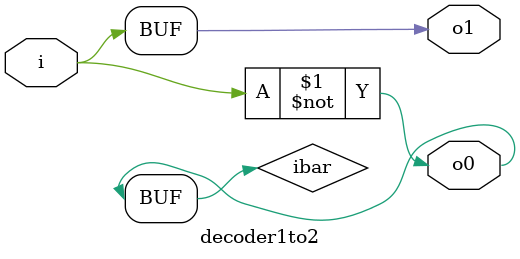
<source format=v>
/* 模組名稱：1對2解碼器(decoder)
   著作權宣告：copyright 2012 林博仁(pika1021@gmail.com)
   */
`ifndef DECODER1TO2_V_INCLUDED
	`define DECODER1TO2_V_INCLUDED
	`timescale 1ns / 100ps

	module decoder1to2(o1, o0, i);
		output o1, o0;
		input i;
		wire ibar;
		
		not
			inv(ibar, i);
		assign o1 = i;
		assign o0 = ibar;
	endmodule
`endif

</source>
